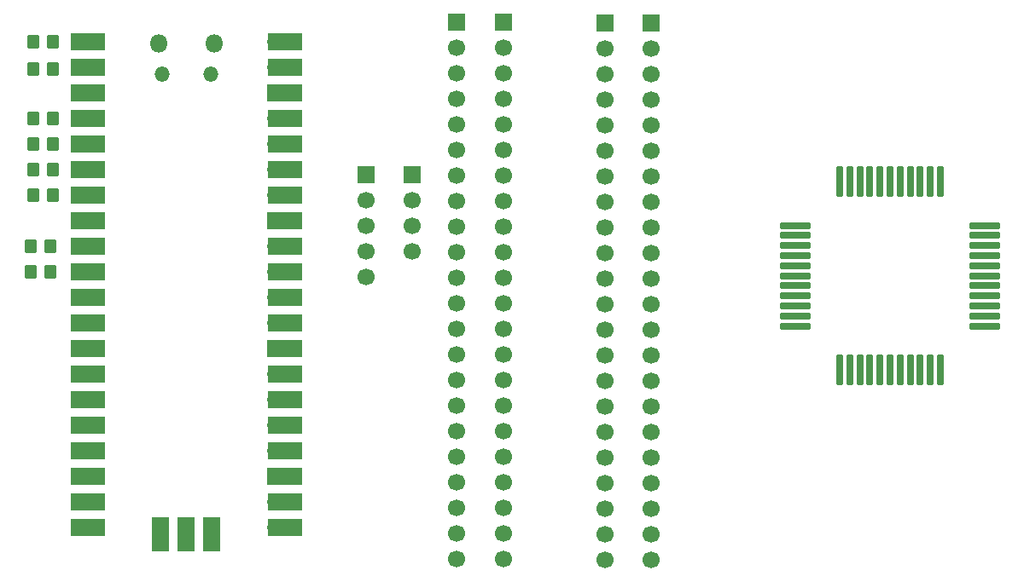
<source format=gbr>
%TF.GenerationSoftware,KiCad,Pcbnew,9.0.3-1.fc42*%
%TF.CreationDate,2025-11-28T05:18:48+00:00*%
%TF.ProjectId,qfp_1mm_44_pin,7166705f-316d-46d5-9f34-345f70696e2e,rev?*%
%TF.SameCoordinates,Original*%
%TF.FileFunction,Soldermask,Top*%
%TF.FilePolarity,Negative*%
%FSLAX46Y46*%
G04 Gerber Fmt 4.6, Leading zero omitted, Abs format (unit mm)*
G04 Created by KiCad (PCBNEW 9.0.3-1.fc42) date 2025-11-28 05:18:48*
%MOMM*%
%LPD*%
G01*
G04 APERTURE LIST*
G04 Aperture macros list*
%AMRoundRect*
0 Rectangle with rounded corners*
0 $1 Rounding radius*
0 $2 $3 $4 $5 $6 $7 $8 $9 X,Y pos of 4 corners*
0 Add a 4 corners polygon primitive as box body*
4,1,4,$2,$3,$4,$5,$6,$7,$8,$9,$2,$3,0*
0 Add four circle primitives for the rounded corners*
1,1,$1+$1,$2,$3*
1,1,$1+$1,$4,$5*
1,1,$1+$1,$6,$7*
1,1,$1+$1,$8,$9*
0 Add four rect primitives between the rounded corners*
20,1,$1+$1,$2,$3,$4,$5,0*
20,1,$1+$1,$4,$5,$6,$7,0*
20,1,$1+$1,$6,$7,$8,$9,0*
20,1,$1+$1,$8,$9,$2,$3,0*%
G04 Aperture macros list end*
%ADD10RoundRect,0.105000X-1.395000X-0.245000X1.395000X-0.245000X1.395000X0.245000X-1.395000X0.245000X0*%
%ADD11RoundRect,0.105000X0.245000X-1.395000X0.245000X1.395000X-0.245000X1.395000X-0.245000X-1.395000X0*%
%ADD12RoundRect,0.105000X1.395000X0.245000X-1.395000X0.245000X-1.395000X-0.245000X1.395000X-0.245000X0*%
%ADD13RoundRect,0.105000X-0.245000X1.395000X-0.245000X-1.395000X0.245000X-1.395000X0.245000X1.395000X0*%
%ADD14R,1.700000X3.500000*%
%ADD15O,1.700000X1.700000*%
%ADD16R,1.700000X1.700000*%
%ADD17R,3.500000X1.700000*%
%ADD18O,1.500000X1.500000*%
%ADD19O,1.800000X1.800000*%
%ADD20RoundRect,0.250000X-0.350000X-0.450000X0.350000X-0.450000X0.350000X0.450000X-0.350000X0.450000X0*%
%ADD21C,1.700000*%
G04 APERTURE END LIST*
D10*
%TO.C,U2*%
X173275000Y-84100000D03*
X173275000Y-83100000D03*
X173275000Y-82100000D03*
X173275000Y-81100000D03*
X173275000Y-80100000D03*
X173275000Y-79100000D03*
X173275000Y-78100000D03*
X173275000Y-77100000D03*
X173275000Y-76100000D03*
X173275000Y-75100000D03*
X173275000Y-74100000D03*
D11*
X168900000Y-69725000D03*
X167900000Y-69725000D03*
X166900000Y-69725000D03*
X165900000Y-69725000D03*
X164900000Y-69725000D03*
X163900000Y-69725000D03*
X162900000Y-69725000D03*
X161900000Y-69725000D03*
X160900000Y-69725000D03*
X159900000Y-69725000D03*
X158900000Y-69725000D03*
D12*
X154525000Y-74100000D03*
X154525000Y-75100000D03*
X154525000Y-76100000D03*
X154525000Y-77100000D03*
X154525000Y-78100000D03*
X154525000Y-79100000D03*
X154525000Y-80100000D03*
X154525000Y-81100000D03*
X154525000Y-82100000D03*
X154525000Y-83100000D03*
X154525000Y-84100000D03*
D13*
X158900000Y-88475000D03*
X159900000Y-88475000D03*
X160900000Y-88475000D03*
X161900000Y-88475000D03*
X162900000Y-88475000D03*
X163900000Y-88475000D03*
X164900000Y-88475000D03*
X165900000Y-88475000D03*
X166900000Y-88475000D03*
X167900000Y-88475000D03*
X168900000Y-88475000D03*
%TD*%
D14*
%TO.C,U1*%
X96630000Y-104820000D03*
D15*
X96630000Y-103920000D03*
D14*
X94090000Y-104820000D03*
D16*
X94090000Y-103920000D03*
D15*
X91550000Y-103920000D03*
D14*
X91550000Y-104820000D03*
D17*
X103880000Y-55890000D03*
D15*
X102980000Y-55890000D03*
X102980000Y-58430000D03*
D17*
X103880000Y-58430000D03*
D16*
X102980000Y-60970000D03*
D17*
X103880000Y-60970000D03*
D15*
X102980000Y-63510000D03*
D17*
X103880000Y-63510000D03*
X103880000Y-66050000D03*
D15*
X102980000Y-66050000D03*
X102980000Y-68590000D03*
D17*
X103880000Y-68590000D03*
D15*
X102980000Y-71130000D03*
D17*
X103880000Y-71130000D03*
D16*
X102980000Y-73670000D03*
D17*
X103880000Y-73670000D03*
X103880000Y-76210000D03*
D15*
X102980000Y-76210000D03*
D17*
X103880000Y-78750000D03*
D15*
X102980000Y-78750000D03*
X102980000Y-81290000D03*
D17*
X103880000Y-81290000D03*
X103880000Y-83830000D03*
D15*
X102980000Y-83830000D03*
D17*
X103880000Y-86370000D03*
D16*
X102980000Y-86370000D03*
D17*
X103880000Y-88910000D03*
D15*
X102980000Y-88910000D03*
X102980000Y-91450000D03*
D17*
X103880000Y-91450000D03*
D15*
X102980000Y-93990000D03*
D17*
X103880000Y-93990000D03*
X103880000Y-96530000D03*
D15*
X102980000Y-96530000D03*
D16*
X102980000Y-99070000D03*
D17*
X103880000Y-99070000D03*
D15*
X102980000Y-101610000D03*
D17*
X103880000Y-101610000D03*
D15*
X102980000Y-104150000D03*
D17*
X103880000Y-104150000D03*
D15*
X85200000Y-104150000D03*
D17*
X84300000Y-104150000D03*
X84300000Y-101610000D03*
D15*
X85200000Y-101610000D03*
D16*
X85200000Y-99070000D03*
D17*
X84300000Y-99070000D03*
D15*
X85200000Y-96530000D03*
D17*
X84300000Y-96530000D03*
D15*
X85200000Y-93990000D03*
D17*
X84300000Y-93990000D03*
X84300000Y-91450000D03*
D15*
X85200000Y-91450000D03*
X85200000Y-88910000D03*
D17*
X84300000Y-88910000D03*
X84300000Y-86370000D03*
D16*
X85200000Y-86370000D03*
D17*
X84300000Y-83830000D03*
D15*
X85200000Y-83830000D03*
X85200000Y-81290000D03*
D17*
X84300000Y-81290000D03*
X84300000Y-78750000D03*
D15*
X85200000Y-78750000D03*
X85200000Y-76210000D03*
D17*
X84300000Y-76210000D03*
X84300000Y-73670000D03*
D16*
X85200000Y-73670000D03*
D15*
X85200000Y-71130000D03*
D17*
X84300000Y-71130000D03*
X84300000Y-68590000D03*
D15*
X85200000Y-68590000D03*
D17*
X84300000Y-66050000D03*
D15*
X85200000Y-66050000D03*
D17*
X84300000Y-63510000D03*
D15*
X85200000Y-63510000D03*
D16*
X85200000Y-60970000D03*
D17*
X84300000Y-60970000D03*
X84300000Y-58430000D03*
D15*
X85200000Y-58430000D03*
D17*
X84300000Y-55890000D03*
D15*
X85200000Y-55890000D03*
D18*
X96515000Y-59050000D03*
X91665000Y-59050000D03*
D19*
X91365000Y-56020000D03*
X96815000Y-56020000D03*
%TD*%
D20*
%TO.C,R8*%
X80613000Y-78740000D03*
X78613000Y-78740000D03*
%TD*%
%TO.C,R1*%
X80883000Y-55880000D03*
X78883000Y-55880000D03*
%TD*%
%TO.C,R5*%
X80867000Y-68580000D03*
X78867000Y-68580000D03*
%TD*%
%TO.C,R6*%
X80867000Y-71120000D03*
X78867000Y-71120000D03*
%TD*%
%TO.C,R7*%
X80613000Y-76200000D03*
X78613000Y-76200000D03*
%TD*%
%TO.C,R2*%
X80883000Y-58547000D03*
X78883000Y-58547000D03*
%TD*%
%TO.C,R3*%
X80867000Y-63500000D03*
X78867000Y-63500000D03*
%TD*%
%TO.C,R4*%
X80867000Y-66040000D03*
X78867000Y-66040000D03*
%TD*%
D16*
%TO.C,J6*%
X111890000Y-69080000D03*
D21*
X111890000Y-71620000D03*
X111890000Y-74160000D03*
X111890000Y-76700000D03*
X111890000Y-79240000D03*
%TD*%
D16*
%TO.C,J5*%
X116480000Y-69080000D03*
D21*
X116480000Y-71620000D03*
X116480000Y-74160000D03*
X116480000Y-76700000D03*
%TD*%
D16*
%TO.C,J4*%
X140210000Y-53960000D03*
D21*
X140210000Y-56500000D03*
X140210000Y-59040000D03*
X140210000Y-61580000D03*
X140210000Y-64120000D03*
X140210000Y-66660000D03*
X140210000Y-69200000D03*
X140210000Y-71740000D03*
X140210000Y-74280000D03*
X140210000Y-76820000D03*
X140210000Y-79360000D03*
X140210000Y-81900000D03*
X140210000Y-84440000D03*
X140210000Y-86980000D03*
X140210000Y-89520000D03*
X140210000Y-92060000D03*
X140210000Y-94600000D03*
X140210000Y-97140000D03*
X140210000Y-99680000D03*
X140210000Y-102220000D03*
X140210000Y-104760000D03*
X140210000Y-107300000D03*
%TD*%
D16*
%TO.C,J3*%
X135620000Y-53960000D03*
D21*
X135620000Y-56500000D03*
X135620000Y-59040000D03*
X135620000Y-61580000D03*
X135620000Y-64120000D03*
X135620000Y-66660000D03*
X135620000Y-69200000D03*
X135620000Y-71740000D03*
X135620000Y-74280000D03*
X135620000Y-76820000D03*
X135620000Y-79360000D03*
X135620000Y-81900000D03*
X135620000Y-84440000D03*
X135620000Y-86980000D03*
X135620000Y-89520000D03*
X135620000Y-92060000D03*
X135620000Y-94600000D03*
X135620000Y-97140000D03*
X135620000Y-99680000D03*
X135620000Y-102220000D03*
X135620000Y-104760000D03*
X135620000Y-107300000D03*
%TD*%
D16*
%TO.C,J2*%
X125520000Y-53900000D03*
D21*
X125520000Y-56440000D03*
X125520000Y-58980000D03*
X125520000Y-61520000D03*
X125520000Y-64060000D03*
X125520000Y-66600000D03*
X125520000Y-69140000D03*
X125520000Y-71680000D03*
X125520000Y-74220000D03*
X125520000Y-76760000D03*
X125520000Y-79300000D03*
X125520000Y-81840000D03*
X125520000Y-84380000D03*
X125520000Y-86920000D03*
X125520000Y-89460000D03*
X125520000Y-92000000D03*
X125520000Y-94540000D03*
X125520000Y-97080000D03*
X125520000Y-99620000D03*
X125520000Y-102160000D03*
X125520000Y-104700000D03*
X125520000Y-107240000D03*
%TD*%
D16*
%TO.C,J1*%
X120930000Y-53900000D03*
D21*
X120930000Y-56440000D03*
X120930000Y-58980000D03*
X120930000Y-61520000D03*
X120930000Y-64060000D03*
X120930000Y-66600000D03*
X120930000Y-69140000D03*
X120930000Y-71680000D03*
X120930000Y-74220000D03*
X120930000Y-76760000D03*
X120930000Y-79300000D03*
X120930000Y-81840000D03*
X120930000Y-84380000D03*
X120930000Y-86920000D03*
X120930000Y-89460000D03*
X120930000Y-92000000D03*
X120930000Y-94540000D03*
X120930000Y-97080000D03*
X120930000Y-99620000D03*
X120930000Y-102160000D03*
X120930000Y-104700000D03*
X120930000Y-107240000D03*
%TD*%
M02*

</source>
